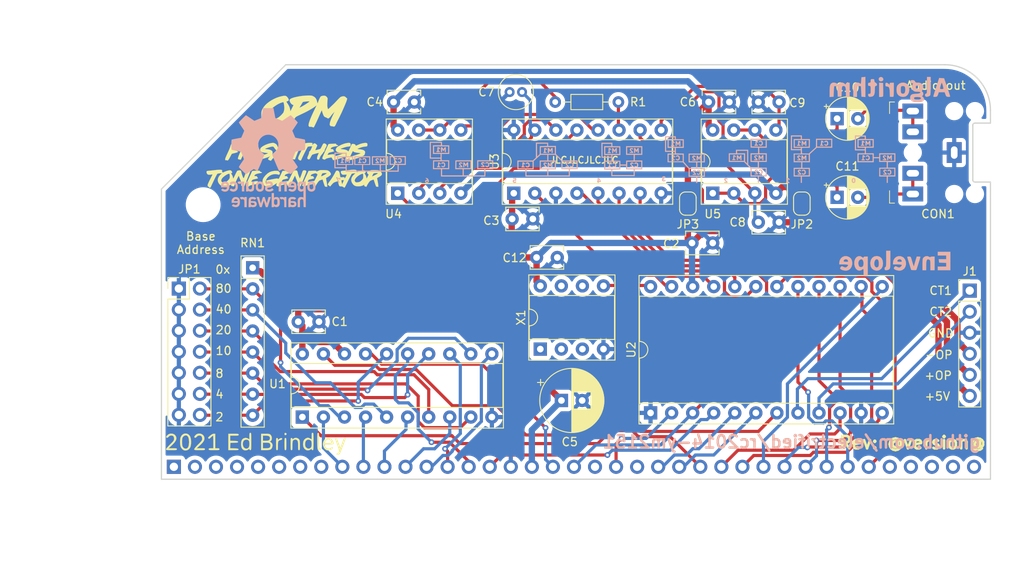
<source format=kicad_pcb>
(kicad_pcb (version 20211014) (generator pcbnew)
  (title_block (title "RC2014 YM2151 sound card") (date "@date@") (rev "@version@"))
  (layers (0 "F.Cu" signal) (31 "B.Cu" signal) (34 "B.Paste" user) (35 "F.Paste" user) (36 "B.SilkS" user "B.Silkscreen") (37 "F.SilkS" user "F.Silkscreen") (38 "B.Mask" user) (39 "F.Mask" user) (44 "Edge.Cuts" user))
  (net 0 "")
  (net 1 "VCC")
  (net 2 "GND")
  (net 3 "/CLK")
  (net 4 "/D0")
  (net 5 "/D1")
  (net 6 "/D2")
  (net 7 "/D3")
  (net 8 "/D4")
  (net 9 "/D5")
  (net 10 "/D6")
  (net 11 "/D7")
  (net 12 "/A1")
  (net 13 "/A4")
  (net 14 "/A3")
  (net 15 "/A2")
  (net 16 "/A5")
  (net 17 "/A6")
  (net 18 "/A7")
  (net 19 "Net-(JP1-Pad2)")
  (net 20 "/A0")
  (net 21 "/~{CS}")
  (net 22 "/M1")
  (net 23 "/~{RESET}")
  (net 24 "/~{WR}")
  (net 25 "/~{IORQ}")
  (net 26 "/~{RD}")
  (net 27 "Net-(JP1-Pad14)")
  (net 28 "Net-(JP1-Pad12)")
  (net 29 "Net-(JP1-Pad10)")
  (net 30 "Net-(JP1-Pad8)")
  (net 31 "Net-(JP1-Pad6)")
  (net 32 "Net-(JP1-Pad4)")
  (net 33 "/CT2")
  (net 34 "/CT1")
  (net 35 "/L")
  (net 36 "Net-(R1-Pad1)")
  (net 37 "/R")
  (net 38 "Net-(C10-Pad2)")
  (net 39 "Net-(C11-Pad2)")
  (net 40 "/RB")
  (net 41 "/VOUT_CH1")
  (net 42 "/VOUT_CH2")
  (net 43 "/COM")
  (net 44 "/DAC_CLK")
  (net 45 "/DAC_DATA")
  (net 46 "/DAC_SAM1")
  (net 47 "/DAC_SAM2")
  (net 48 "/BC")
  (net 49 "/MP")
  (net 50 "/TO_BUFF")
  (net 51 "VDD")
  (net 52 "VSS")
  (net 53 "/~{INT}")
  (footprint "Capacitor_THT:C_Disc_D3.8mm_W2.6mm_P2.50mm" (layer "F.Cu") (at 77 145.5)
    (fp_text reference "C1")
    (fp_text value "0.1uF")
  )
  (footprint "Capacitor_THT:C_Disc_D3.8mm_W2.6mm_P2.50mm" (layer "F.Cu") (at 124.5 136)
    (fp_text reference "C2")
    (fp_text value "0.1uF")
  )
  (footprint "Capacitor_THT:C_Disc_D3.8mm_W2.6mm_P2.50mm" (layer "F.Cu") (at 88.5 119)
    (fp_text reference "C4")
    (fp_text value "0.1uF")
  )
  (footprint "electrified:Headphone_Jack_3.5mm_5_pin" (layer "F.Cu") (at 151.13 125.095 180)
    (fp_text reference "CON1")
    (fp_text value "SJ1-3523N")
  )
  (footprint "Connector_PinHeader_2.54mm:PinHeader_2x07_P2.54mm_Vertical" (layer "F.Cu") (at 62.6 141.5)
    (fp_text reference "JP1")
    (fp_text value "BASE ADDRESS")
  )
  (footprint "Package_DIP:DIP-8_W7.62mm_Socket" (layer "F.Cu") (at 106.2 148.8 90)
    (fp_text reference "X1")
    (fp_text value "3.579545MHz")
  )
  (footprint "MountingHole:MountingHole_3.2mm_M3" (layer "F.Cu") (at 65.532 131.382)
    (fp_text reference "H1" hide)
    (fp_text value "MountingHole")
  )
  (footprint "electrified:PinHeader_1x39_P2.54mm_Vertical" (layer "F.Cu") (at 62 163 90)
    (fp_text reference "P1" hide)
    (fp_text value "RC2014 BUS")
  )
  (footprint "Package_DIP:DIP-20_W7.62mm_Socket" (layer "F.Cu") (at 77.5 157 90)
    (fp_text reference "U1")
    (fp_text value "74HCT688")
  )
  (footprint "Resistor_THT:R_Array_SIP8" (layer "F.Cu") (at 71.5 139 -90)
    (fp_text reference "RN1")
    (fp_text value "10K")
  )
  (footprint "Capacitor_THT:CP_Radial_D7.5mm_P2.50mm" (layer "F.Cu") (at 108.75 155)
    (fp_text reference "C5")
    (fp_text value "4.7uF")
  )
  (footprint "Capacitor_THT:C_Disc_D3.8mm_W2.6mm_P2.50mm" (layer "F.Cu") (at 126.5 119)
    (fp_text reference "C6")
    (fp_text value "0.1uF")
  )
  (footprint "Capacitor_THT:C_Radial_D4.0mm_H7.0mm_P1.50mm" (layer "F.Cu") (at 104 117.8 180)
    (fp_text reference "C7")
    (fp_text value "10uF / Omit?")
  )
  (footprint "Capacitor_THT:C_Disc_D3.8mm_W2.6mm_P2.50mm" (layer "F.Cu") (at 132.5 133.5)
    (fp_text reference "C8")
    (fp_text value "1500pF / 3300pF")
  )
  (footprint "Capacitor_THT:C_Disc_D3.8mm_W2.6mm_P2.50mm" (layer "F.Cu") (at 135 119 180)
    (fp_text reference "C9")
    (fp_text value "1500pF / 3300pF")
  )
  (footprint "Capacitor_THT:CP_Radial_D5.0mm_P2.50mm" (layer "F.Cu") (at 142 121)
    (fp_text reference "C10")
    (fp_text value "4.7uF")
  )
  (footprint "Capacitor_THT:CP_Radial_D5.0mm_P2.50mm" (layer "F.Cu") (at 142 130.5)
    (fp_text reference "C11")
    (fp_text value "4.7uF")
  )
  (footprint "Connector_PinHeader_2.54mm:PinHeader_1x06_P2.54mm_Vertical" (layer "F.Cu") (at 158 141.75)
    (fp_text reference "J1")
    (fp_text value "Conn_01x03")
  )
  (footprint "Package_DIP:DIP-8_W7.62mm_Socket" (layer "F.Cu") (at 89 130 90)
    (fp_text reference "U4")
    (fp_text value "NJM4556")
  )
  (footprint "Package_DIP:DIP-8_W7.62mm_Socket" (layer "F.Cu") (at 127 130 90)
    (fp_text reference "U5")
    (fp_text value "NJM4556")
  )
  (footprint "Capacitor_THT:C_Disc_D3.8mm_W2.6mm_P2.50mm" (layer "F.Cu") (at 105.75 137.75)
    (fp_text reference "C12")
    (fp_text value "0.1uF")
  )
  (footprint "Resistor_THT:R_Axial_DIN0204_L3.6mm_D1.6mm_P7.62mm_Horizontal" (layer "F.Cu") (at 108 119)
    (fp_text reference "R1")
    (fp_text value "100 / 270")
  )
  (footprint "Package_DIP:DIP-16_W7.62mm_Socket" (layer "F.Cu") (at 103 130 90)
    (fp_text reference "U3")
    (fp_text value "YM3012")
  )
  (footprint "Package_DIP:DIP-24_W15.24mm_Socket" (layer "F.Cu") (at 119.5 156.5 90)
    (fp_text reference "U2")
    (fp_text value "YM2151")
  )
  (footprint "electrified:opm" (layer "F.Cu") (at 77.5 120)
    (fp_text reference "G1" hide)
    (fp_text value "LOGO" hide)
  )
  (footprint "local:ed_2021" (layer "F.Cu") (at 71.9 160.2)
    (fp_text reference "G***" hide)
    (fp_text value "LOGO" hide)
  )
  (footprint "Capacitor_THT:C_Disc_D3.8mm_W2.6mm_P2.50mm" (layer "F.Cu") (at 102.8 133.1)
    (fp_text reference "C3")
    (fp_text value "0.1uF")
  )
  (footprint "Jumper:SolderJumper-2_P1.3mm_Bridged2Bar_RoundedPad1.0x1.5mm" (layer "F.Cu") (at 137.75 131.25 90)
    (fp_text reference "JP2")
    (fp_text value "Opamp - to GND")
  )
  (footprint "Jumper:SolderJumper-2_P1.3mm_Bridged2Bar_RoundedPad1.0x1.5mm" (layer "F.Cu") (at 124 131.25 90)
    (fp_text reference "JP3")
    (fp_text value "Opamp + to 5V")
  )
  (footprint "local:fmsynth" (layer "F.Cu") (at 76.75 125)
    (fp_text reference "G***" hide)
    (fp_text value "LOGO" hide)
  )
  (footprint "local:tone_generator" (layer "F.Cu") (at 76.5 128.25)
    (fp_text reference "G***" hide)
    (fp_text value "LOGO" hide)
  )
  (footprint "Symbol:OSHW-Logo_11.4x12mm_SilkScreen" (layer "B.Cu") (at 73.4 125.7 180)
    (fp_text reference "G3" hide)
    (fp_text value "OSHW-Logo_11.4x12mm_SilkScreen" hide)
  )
  (footprint "local:algorithms" (layer "B.Cu") (at 115.2 125.9 180)
    (fp_text reference "G***" hide)
    (fp_text value "LOGO" hide)
  )
  (footprint "local:envelope_text" (layer "B.Cu") (at 149 138.4 180)
    (fp_text reference "G***" hide)
    (fp_text value "LOGO" hide)
  )
  (footprint "local:algorithm_text" (layer "B.Cu") (at 148.4 117.5 180)
    (fp_text reference "G***" hide)
    (fp_text value "LOGO" hide)
  )
  (gr_line (start 158.369 121.793) (end 158.369 128.397) (layer "Edge.Cuts") (width 0.15))
  (gr_line (start 160.5 121.539) (end 160.5 120) (layer "Edge.Cuts") (width 0.15))
  (gr_line (start 155 114.5) (end 75.5 114.5) (layer "Edge.Cuts") (width 0.15))
  (gr_arc (start 155 114.5) (mid 158.889087 116.110913) (end 160.5 120) (layer "Edge.Cuts") (width 0.15))
  (gr_line (start 160.5 121.539) (end 158.623 121.539) (layer "Edge.Cuts") (width 0.15))
  (gr_line (start 160.5 128.651) (end 158.623 128.651) (layer "Edge.Cuts") (width 0.15))
  (gr_line (start 60.5 129.5) (end 75.5 114.5) (layer "Edge.Cuts") (width 0.15))
  (gr_line (start 60.5 129.5) (end 60.5 164.5) (layer "Edge.Cuts") (width 0.15))
  (gr_arc (start 158.623 128.651) (mid 158.443395 128.576605) (end 158.369 128.397) (layer "Edge.Cuts") (width 0.15))
  (gr_line (start 160.5 164.5) (end 160.5 128.651) (layer "Edge.Cuts") (width 0.15))
  (gr_line (start 60.5 164.5) (end 160.5 164.5) (layer "Edge.Cuts") (width 0.15))
  (gr_arc (start 158.369 121.793) (mid 158.443395 121.613395) (end 158.623 121.539) (layer "Edge.Cuts") (width 0.15))
  (gr_text "github.com/electrified/rc2014-ym2151" (at 136.5 160) (layer "B.SilkS") (effects (font (size 1.5 1.5) (thickness 0.3)) (justify mirror)))
  (gr_text "Audio out" (at 153.9 117) (layer "F.SilkS") (effects (font (size 1 1))))
  (gr_text "+OP" (at 154.2 152) (layer "F.SilkS") (effects (font (size 1 1))))
  (gr_text " -OP" (at 153.9 149.5) (layer "F.SilkS") (effects (font (size 1 1))))
  (gr_text "Rev: @version@" (at 160.1 160.1) (layer "F.SilkS") (effects (font (size 1.5 1.5) (thickness 0.3)) (justify right)))
  (gr_text "JLCJLCJLCJLC" (at 111.5 126) (layer "F.SilkS") (effects (font (size 0.8 0.8))))
  (gr_text "10" (at 68 149) (layer "F.SilkS") (effects (font (size 1 1))))
  (gr_text "Base\nAddress" (at 65.25 136) (layer "F.SilkS") (effects (font (size 1 1))))
  (gr_text "CT2" (at 154.5 144.3) (layer "F.SilkS") (effects (font (size 1 1))))
  (gr_text "+5V\n" (at 154.1 154.5) (layer "F.SilkS") (effects (font (size 1 1))))
  (gr_text "80" (at 68 141.5) (layer "F.SilkS") (effects (font (size 1 1))))
  (gr_text "20" (at 68 146.5) (layer "F.SilkS") (effects (font (size 1 1))))
  (gr_text "CT1" (at 154.5 141.75) (layer "F.SilkS") (effects (font (size 1 1))))
  (gr_text "8" (at 67.5 151.75) (layer "F.SilkS") (effects (font (size 1 1))))
  (gr_text "GND" (at 154.5 146.9) (layer "F.SilkS") (effects (font (size 1 1))))
  (gr_text "4" (at 67.5 154.25) (layer "F.SilkS") (effects (font (size 1 1))))
  (gr_text "0x" (at 67.9 139.2) (layer "F.SilkS") (effects (font (size 1 1))))
  (gr_text "2" (at 67.5 157) (layer "F.SilkS") (effects (font (size 1 1))))
  (gr_text "40" (at 68 144) (layer "F.SilkS") (effects (font (size 1 1))))
  (segment (start 124.5 136) (end 125.935001 134.564999) (width 0.762) (layer "F.Cu") (net 1))
  (segment (start 102.75 137.75) (end 102.75 133.15) (width 0.762) (layer "F.Cu") (net 1))
  (segment (start 147.079155 138.766011) (end 154.233989 145.920845) (width 0.762) (layer "F.Cu") (net 1))
  (segment (start 77 144) (end 77 145.5) (width 0.762) (layer "F.Cu") (net 1))
  (segment (start 72.4578 139.419) (end 72.681 139.6422) (width 0.762) (layer "F.Cu") (net 1))
  (segment (start 78.694999 147.944999) (end 77.5 146.75) (width 0.762) (layer "F.Cu") (net 1))
  (segment (start 77.5 146) (end 77 145.5) (width 0.762) (layer "F.Cu") (net 1))
  (segment (start 108.75 155) (end 102.75 149) (width 0.762) (layer "F.Cu") (net 1))
  (segment (start 124 131.9) (end 124 135.5) (width 0.762) (layer "F.Cu") (net 1))
  (segment (start 81.144999 147.944999) (end 78.694999 147.944999) (width 0.762) (layer "F.Cu") (net 1))
  (segment (start 125.935001 134.564999) (end 128.095592 134.564999) (width 0.762) (layer "F.Cu") (net 1))
  (segment (start 102.75 144.25) (end 102.75 137.75) (width 0.762) (layer "F.Cu") (net 1))
  (segment (start 77.5 146.75) (end 77.5 146) (width 0.762) (layer "F.Cu") (net 1))
  (segment (start 105.75 137.75) (end 105.75 140.63) (width 0.762) (layer "F.Cu") (net 1))
  (segment (start 72.681 139.6422) (end 72.681 139.681) (width 0.762) (layer "F.Cu") (net 1))
  (segment (start 105.75 140.63) (end 106.25 141.13) (width 0.762) (layer "F.Cu") (net 1))
  (segment (start 77.5 149.38) (end 77.5 146.75) (width 0.762) (layer "F.Cu") (net 1))
  (segment (start 154.233989 145.920845) (end 154.233989 150.733989) (width 0.762) (layer "F.Cu") (net 1))
  (segment (start 82.58 149.38) (end 81.144999 147.944999) (width 0.762) (layer "F.Cu") (net 1))
  (segment (start 124 135.5) (end 124.5 136) (width 0.762) (layer "F.Cu") (net 1))
  (segment (start 105.75 137.75) (end 102.75 137.75) (width 0.762) (layer "F.Cu") (net 1))
  (segment (start 77 144) (end 102.5 144) (width 0.762) (layer "F.Cu") (net 1))
  (segment (start 71.919 139.419) (end 72.4578 139.419) (width 0.762) (layer "F.Cu") (net 1))
  (segment (start 102.5 144) (end 102.75 144.25) (width 0.762) (layer "F.Cu") (net 1))
  (segment (start 102.75 149) (end 102.75 144.25) (width 0.762) (layer "F.Cu") (net 1))
  (segment (start 154.233989 150.733989) (end 157.95 154.45) (width 0.762) (layer "F.Cu") (net 1))
  (segment (start 102.8 133.1) (end 102.8 130.2) (width 0.762) (layer "F.Cu") (net 1))
  (segment (start 132.296604 138.766011) (end 147.079155 138.766011) (width 0.762) (layer "F.Cu") (net 1))
  (segment (start 128.095592 134.564999) (end 132.296604 138.766011) (width 0.762) (layer "F.Cu") (net 1))
  (segment (start 72.681 139.681) (end 77 144) (width 0.762) (layer "F.Cu") (net 1))
  (segment (start 124.5 136) (end 124.5 141.18) (width 0.762) (layer "B.Cu") (net 1))
  (segment (start 105.18 158.57) (end 108.75 155) (width 0.762) (layer "B.Cu") (net 1))
  (segment (start 105.75 137.75) (end 107.5 136) (width 0.762) (layer "B.Cu") (net 1))
  (segment (start 105.18 163) (end 105.18 158.57) (width 0.762) (layer "B.Cu") (net 1))
  (segment (start 107.5 136) (end 124.5 136) (width 0.762) (layer "B.Cu") (net 1))
  (segment (start 137.75 132.7) (end 137.75 131.9) (width 0.762) (layer "F.Cu") (net 2))
  (segment (start 136.95 133.5) (end 137.75 132.7) (width 0.762) (layer "F.Cu") (net 2))
  (segment (start 135 133.5) (end 136.95 133.5) (width 0.762) (layer "F.Cu") (net 2))
  (segment (start 113.87 141.13) (end 119.37 141.13) (width 0.381) (layer "F.Cu") (net 3))
  (segment (start 138.730023 159.040177) (end 141.709823 159.040177) (width 0.381) (layer "F.Cu") (net 4))
  (segment (start 128.04 163) (end 130.04 161) (width 0.381) (layer "F.Cu") (net 4))
  (segment (start 142.36 158.39) (end 142.36 156.5) (width 0.381) (layer "F.Cu") (net 4))
  (segment (start 136.7702 161) (end 138.730023 159.040177) (width 0.381) (layer "F.Cu") (net 4))
  (segment (start 141.709823 159.040177) (end 142.36 158.39) (width 0.381) (layer "F.Cu") (net 4))
  (segment (start 130.04 161) (end 136.7702 161) (width 0.381) (layer "F.Cu") (net 4))
  (segment (start 147.0337 157.3838) (end 147.0337 156.9063) (width 0.381) (layer "F.Cu") (net 5))
  (segment (start 138.760585 161.635011) (end 139.145596 161.25) (width 0.381) (layer "F.Cu") (net 5))
  (segment (start 143.1675 161.25) (end 147.0337 157.3838) (width 0.381) (layer "F.Cu") (net 5))
  (segment (start 139.145596 161.25) (end 143.1675 161.25) (width 0.381) (layer "F.Cu") (net 5))
  (segment (start 130.58 163) (end 131.944989 161.635011) (width 0.381) (layer "F.Cu") (net 5))
  (segment (start 131.944989 161.635011) (end 138.760585 161.635011) (width 0.381) (layer "F.Cu") (net 5))
  (segment (start 133.12 163) (end 133.12 159.9161) (width 0.381) (layer "B.Cu") (net 6))
  (segment (start 136.01 157.0261) (end 136.01 152.99) (width 0.381) (layer "B.Cu") (net 6))
  (segment (start 136.01 152.99) (end 147.44 141.56) (width 0.381) (layer "B.Cu") (net 6))
  (segment (start 133.12 159.9161) (end 136.01 157.0261) (width 0.381) (layer "B.Cu") (net 6))
  (segment (start 138.4062 160.6573) (end 138.448511 160.614989) (width 0.381) (layer "F.Cu") (net 7))
  (segment (start 142.846447 160.614989) (end 146.17 157.291436) (width 0.381) (layer "F.Cu") (net 7))
  (segment (start 146.17 145.17) (end 145 144) (width 0.381) (layer "F.Cu") (net 7))
  (segment (start 146.17 157.291436) (end 146.17 145.17) (width 0.381) (layer "F.Cu") (net 7))
  (segment (start 138.448511 160.614989) (end 142.846447 160.614989) (width 0.381) (layer "F.Cu") (net 7))
  (segment (start 145 144) (end 145 141.36) (width 0.381) (layer "F.Cu") (net 7))
  (via (at 138.4062 160.6573) (size 0.6858) (drill 0.3302) (layers "F.Cu" "B.Cu") (net 7))
  (segment (start 135.66 162.34) (end 137.3427 160.6573) (width 0.381) (layer "B.Cu") (net 7))
  (segment (start 137.3427 160.6573) (end 138.4062 160.6573) (width 0.381) (layer "B.Cu") (net 7))
  (segment (start 135.66 163) (end 135.66 162.34) (width 0.381) (layer "B.Cu") (net 7))
  (segment (start 142.36 153.36) (end 143.63 154.63) (width 0.381) (layer "F.Cu") (net 8))
  (segment (start 142.735816 159.827579) (end 139.513782 159.827579) (width 0.381) (layer "F.Cu") (net 8))
  (segment (start 142.36 141.26) (end 142.36 153.36) (width 0.381) (layer "F.Cu") (net 8))
  (segment (start 143.63 158.933395) (end 142.735816 159.827579) (width 0.381) (layer "F.Cu") (net 8))
  (segment (start 143.63 154.63) (end 143.63 158.933395) (width 0.381) (layer "F.Cu") (net 8))
  (via (at 139.513782 159.827579) (size 0.6858) (drill 0.3302) (layers "F.Cu" "B.Cu") (net 8))
  (segment (start 139.513782 161.686218) (end 139.513782 159.827579) (width 0.381) (layer "B.Cu") (net 8))
  (segment (start 138.2 163) (end 139.513782 161.686218) (width 0.381) (layer "B.Cu") (net 8))
  (segment (start 141.092899 158.176857) (end 141.016989 158.252767) (width 0.381) (layer "F.Cu") (net 9))
  (segment (start 141.7364 155.2467) (end 141.092899 155.890201) (width 0.381) (layer "F.Cu") (net 9))
  (segment (start 141.7364 154.5259) (end 141.7364 155.2467) (width 0.381) (layer "F.Cu") (net 9))
  (segment (start 141.092899 155.890201) (end 141.092899 158.176857) (width 0.381) (layer "F.Cu") (net 9))
  (segment (start 139.82 141.26) (end 139.82 152.6095) (width 0.381) (layer "F.Cu") (net 9))
  (segment (start 139.82 152.6095) (end 141.7364 154.5259) (width 0.381) (layer "F.Cu") (net 9))
  (via (at 141.016989 158.252767) (size 0.6858) (drill 0.3302) (layers "F.Cu" "B.Cu") (net 9))
  (segment (start 140.74 158.529756) (end 141.016989 158.252767) (width 0.381) (layer "B.Cu") (net 9))
  (segment (start 140.74 163) (end 140.74 158.529756) (width 0.381) (layer "B.Cu") (net 9))
  (segment (start 137.28 152.78001) (end 138.5 154.00001) (width 0.381) (layer "F.Cu") (net 10))
  (segment (start 137.28 141.26) (end 137.28 152.78001) (width 0.381) (layer "F.Cu") (net 10))
  (via (at 138.5 154.00001) (size 0.6858) (drill 0.3302) (layers "F.Cu" "B.Cu") (net 10))
  (segment (start 143.28 159.350424) (end 141.394942 157.465366) (width 0.381) (layer "B.Cu") (net 10))
  (segment (start 140.639036 157.465366) (end 140.359901 157.744501) (width 0.381) (layer "B.Cu") (net 10))
  (segment (start 141.394942 157.465366) (end 140.639036 157.465366) (width 0.381) (layer "B.Cu") (net 10))
  (segment (start 139.268401 157.744501) (end 138.565351 157.041451) (width 0.381) (layer "B.Cu") (net 10))
  (segment (start 138.565351 154.065361) (end 138.5 154.00001) (width 0.381) (layer "B.Cu") (net 10))
  (segment (start 140.359901 157.744501) (end 139.268401 157.744501) (width 0.381) (layer "B.Cu") (net 10))
  (segment (start 138.565351 157.041451) (end 138.565351 154.065361) (width 0.381) (layer "B.Cu") (net 10))
  (segment (start 143.28 163) (end 143.28 159.350424) (width 0.381) (layer "B.Cu") (net 10))
  (segment (start 146.195499 141.857361) (end 146.195499 140.713637) (width 0.381) (layer "F.Cu") (net 11))
  (segment (start 146.195499 140.713637) (end 145.497361 140.015499) (width 0.381) (layer "F.Cu") (net 11))
  (segment (start 135.984501 140.015499) (end 134.74 141.26) (width 0.381) (layer "F.Cu") (net 11))
  (segment (start 149 159.82) (end 149 144.661862) (width 0.381) (layer "F.Cu") (net 11))
  (segment (start 145.82 163) (end 149 159.82) (width 0.381) (layer "F.Cu") (net 11))
  (segment (start 149 144.661862) (end 146.195499 141.857361) (width 0.381) (layer "F.Cu") (net 11))
  (segment (start 145.497361 140.015499) (end 135.984501 140.015499) (width 0.381) (layer "F.Cu") (net 11))
  (segment (start 95.25591 160.03741) (end 93.075056 160.03741) (width 0.381) (layer "F.Cu") (net 12))
  (segment (start 97.56 162.3415) (end 95.25591 160.03741) (width 0.381) (layer "F.Cu") (net 12))
  (via (at 93.075056 160.03741) (size 0.6858) (drill 0.3302) (layers "F.Cu" "B.Cu") (net 12))
  (segment (start 90.2 149.38) (end 90.2 150.51137) (width 0.381) (layer "B.Cu") (net 12))
  (segment (start 89.122046 155.287402) (end 90.283502 155.287402) (width 0.381) (layer "B.Cu") (net 12))
  (segment (start 90.283502 155.287402) (end 91.47 156.4739) (width 0.381) (layer "B.Cu") (net 12))
  (segment (start 88.712598 151.998772) (end 88.712598 154.877954) (width 0.381) (layer "B.Cu") (net 12))
  (segment (start 91.47 156.4739) (end 91.47 158.432354) (width 0.381) (layer "B.Cu") (net 12))
  (segment (start 91.47 158.432354) (end 93.075056 160.03741) (width 0.381) (layer "B.Cu") (net 12))
  (segment (start 90.2 150.51137) (end 88.712598 151.998772) (width 0.381) (layer "B.Cu") (net 12))
  (segment (start 88.712598 154.877954) (end 89.122046 155.287402) (width 0.381) (layer "B.Cu") (net 12))
  (segment (start 93.45301 160.824812) (end 95.28 158.997822) (width 0.381) (layer "B.Cu") (net 13))
  (segment (start 95.28 158.997822) (end 95.28 157) (width 0.381) (layer "B.Cu") (net 13))
  (segment (start 92.115188 160.824812) (end 93.45301 160.824812) (width 0.381) (layer "B.Cu") (net 13))
  (segment (start 89.94 163) (end 92.115188 160.824812) (width 0.381) (layer "B.Cu") (net 13))
  (segment (start 94.4548 161.6355) (end 94.4549 161.6356) (width 0.381) (layer "B.Cu") (net 14))
  (segment (start 95.5721 161.1333) (end 95.5721 161.044) (width 0.381) (layer "B.Cu") (net 14))
  (segment (start 95.0698 161.6356) (end 95.5721 161.1333) (width 0.381) (layer "B.Cu") (net 14))
  (segment (start 94.4549 161.6356) (end 95.0698 161.6356) (width 0.381) (layer "B.Cu") (net 14))
  (segment (start 95.5721 161.044) (end 99.09 157.5261) (width 0.381) (layer "B.Cu") (net 14))
  (segment (start 99.09 150.65) (end 100.36 149.38) (width 0.381) (layer "B.Cu") (net 14))
  (segment (start 99.09 157.5261) (end 99.09 150.65) (width 0.381) (layer "B.Cu") (net 14))
  (segment (start 93.0903 163) (end 94.4548 161.6355) (width 0.381) (layer "B.Cu") (net 14))
  (segment (start 95.02 163) (end 95.02 161.13012) (width 0.381) (layer "F.Cu") (net 15))
  (segment (start 95.02 161.13012) (end 94.7147 160.82482) (width 0.381) (layer "F.Cu") (net 15))
  (via (at 94.7147 160.82482) (size 0.6858) (drill 0.3302) (layers "F.Cu" "B.Cu") (net 15))
  (segment (start 95.28 149.38) (end 96.55 150.65) (width 0.381) (layer "B.Cu") (net 15))
  (segment (start 96.55 150.65) (end 96.55 158.98952) (width 0.381) (layer "B.Cu") (net 15))
  (segment (start 96.55 158.98952) (end 94.7147 160.82482) (width 0.381) (layer "B.Cu") (net 15))
  (segment (start 87.4 163) (end 87.4 161.1) (width 0.381) (layer "B.Cu") (net 16))
  (segment (start 90 158.5) (end 90 157.2) (width 0.381) (layer "B.Cu") (net 16))
  (segment (start 87.4 161.1) (end 90 158.5) (width 0.381) (layer "B.Cu") (net 16))
  (segment (start 84.86 163) (end 84.86 157.26) (width 0.381) (layer "B.Cu") (net 17))
  (segment (start 82.32 163) (end 80.04 160.72) (width 0.381) (layer "B.Cu") (net 18))
  (segment (start 80.04 160.72) (end 80.04 157) (width 0.381) (layer "B.Cu") (net 18))
  (segment (start 74.866573 144.906573) (end 74.866573 150.430946) (width 0.381) (layer "F.Cu") (net 19))
  (segment (start 65.18 141.54) (end 71.5 141.54) (width 0.381) (layer "F.Cu") (net 19))
  (segment (start 71.5 141.54) (end 74.866573 144.906573) (width 0.381) (layer "F.Cu") (net 19))
  (via (at 74.866573 150.430946) (size 0.6858) (drill 0.3302) (layers "F.Cu" "B.Cu") (net 19))
  (segment (start 74.866573 150.915879) (end 74.866573 150.430946) (width 0.381) (layer "B.Cu") (net 19))
  (segment (start 79.579094 155.6284) (end 74.866573 150.915879) (width 0.381) (layer "B.Cu") (net 19))
  (segment (start 80.6081 155.6284) (end 79.579094 155.6284) (width 0.381) (layer "B.Cu") (net 19))
  (segment (start 81.9797 157) (end 80.6081 155.6284) (width 0.381) (layer "B.Cu") (net 19))
  (segment (start 101.521774 161.578226) (end 114.299336 161.578226) (width 0.381) (layer "F.Cu") (net 20))
  (segment (start 100.1 163) (end 101.521774 161.578226) (width 0.381) (layer "F.Cu") (net 20))
  (via (at 114.299336 161.578226) (size 0.6858) (drill 0.3302) (layers "F.Cu" "B.Cu") (net 20))
  (segment (start 114.877562 161) (end 114.302751 161.574811) (width 0.381) (layer "B.Cu") (net 20))
  (segment (start 125.571801 157.299999) (end 121.8718 161) (width 0.381) (layer "B.Cu") (net 20))
  (segment (start 127.12 156.5) (end 126.320001 157.299999) (width 0.381) (layer "B.Cu") (net 20))
  (segment (start 121.8718 161) (end 114.877562 161) (width 0.381) (layer "B.Cu") (net 20))
  (segment (start 126.320001 157.299999) (end 125.571801 157.299999) (width 0.381) (layer "B.Cu") (net 20))
  (segment (start 114.302751 161.574811) (end 114.299336 161.578226) (width 0.381) (layer "B.Cu") (net 20))
  (segment (start 132.510021 158.729979) (end 134.74 156.5) (width 0.381) (layer "F.Cu") (net 21))
  (segment (start 104.4607 159.161) (end 113.275603 159.161) (width 0.381) (layer "F.Cu") (net 21))
  (segment (start 117.563397 158) (end 118.293376 158.729979) (width 0.381) (layer "F.Cu") (net 21))
  (segment (start 118.293376 158.729979) (end 132.510021 158.729979) (width 0.381) (layer "F.Cu") (net 21))
  (segment (start 114.436603 158) (end 117.563397 158) (width 0.381) (layer "F.Cu") (net 21))
  (segment (start 113.275603 159.161) (end 114.436603 158) (width 0.381) (layer "F.Cu") (net 21))
  (segment (start 86.799609 151.259512) (end 91.220948 151.259512) (width 0.381) (layer "F.Cu") (net 21))
  (segment (start 91.220948 151.259512) (end 95.589836 155.6284) (width 0.381) (layer "F.Cu") (net 21))
  (segment (start 86.293697 150.7536) (end 86.799609 151.259512) (width 0.381) (layer "F.Cu") (net 21))
  (segment (start 95.589836 155.6284) (end 100.9281 155.6284) (width 0.381) (layer "F.Cu") (net 21))
  (segment (start 80.04 149.38) (end 81.4136 150.7536) (width 0.381) (layer "F.Cu") (net 21))
  (segment (start 100.9281 155.6284) (end 104.4607 159.161) (width 0.381) (layer "F.Cu") (net 21))
  (segment (start 81.4136 150.7536) (end 86.293697 150.7536) (width 0.381) (layer "F.Cu") (net 21))
  (segment (start 99.155786 150.624501) (end 106.83213 158.300845) (width 0.381) (layer "F.Cu") (net 22))
  (segment (start 87.062639 150.624501) (end 99.155786 150.624501) (width 0.381) (layer "F.Cu") (net 22))
  (segment (start 85.818138 149.38) (end 87.062639 150.624501) (width 0.381) (layer "F.Cu") (net 22))
  (segment (start 85.12 149.38) (end 85.818138 149.38) (width 0.381) (layer "F.Cu") (net 22))
  (via (at 106.83213 158.300845) (size 0.6858) (drill 0.3302) (layers "F.Cu" "B.Cu") (net 22))
  (segment (start 106.83213 162.11213) (end 106.83213 158.300845) (width 0.381) (layer "B.Cu") (net 22))
  (segment (start 107.72 163) (end 106.83213 162.11213) (width 0.381) (layer "B.Cu") (net 22))
  (segment (start 129.98526 138.091522) (end 131.48526 139.591522) (width 0.381) (layer "F.Cu") (net 23))
  (segment (start 122.091522 138.091522) (end 129.98526 138.091522) (width 0.381) (layer "F.Cu") (net 23))
  (segment (start 118.24 130) (end 118.24 134.24) (width 0.381) (layer "F.Cu") (net 23))
  (segment (start 132.373384 139.591522) (end 133.495499 140.713637) (width 0.381) (layer "F.Cu") (net 23))
  (segment (start 133.495499 147.584501) (end 124.58 156.5) (width 0.381) (layer "F.Cu") (net 23))
  (segment (start 131.48526 139.591522) (end 132.373384 139.591522) (width 0.381) (layer "F.Cu") (net 23))
  (segment (start 133.495499 140.713637) (end 133.495499 147.584501) (width 0.381) (layer "F.Cu") (net 23))
  (segment (start 118.24 134.24) (end 122.091522 138.091522) (width 0.381) (layer "F.Cu") (net 23))
  (segment (start 110.26 163) (end 112.895011 160.364989) (width 0.381) (layer "B.Cu") (net 23))
  (segment (start 112.895011 160.364989) (end 120.715011 160.364989) (width 0.381) (layer "B.Cu") (net 23))
  (segment (start 120.715011 160.364989) (end 124.58 156.5) (width 0.381) (layer "B.Cu") (net 23))
  (segment (start 120.9496 163) (end 122.3712 161.5784) (width 0.381) (layer "B.Cu") (net 24))
  (segment (start 122.3712 161.5784) (end 123.8334 161.5784) (width 0.381) (layer "B.Cu") (net 24))
  (segment (start 123.8334 161.5784) (end 124.5955 160.8163) (width 0.381) (layer "B.Cu") (net 24))
  (segment (start 124.5955 160.8163) (end 125.3437 160.8163) (width 0.381) (layer "B.Cu") (net 24))
  (segment (start 125.3437 160.8163) (end 129.66 156.5) (width 0.381) (layer "B.Cu") (net 24))
  (segment (start 113.134944 160.1997) (end 96.4846 160.1997) (width 0.381) (layer "F.Cu") (net 25))
  (segment (start 95.5349 159.25) (end 79.75 159.25) (width 0.381) (layer "F.Cu") (net 25))
  (segment (start 121.86499 159.36499) (end 118.030346 159.36499) (width 0.381) (layer "F.Cu") (net 25))
  (segment (start 118.030346 159.36499) (end 117.300367 158.635011) (width 0.381) (layer "F.Cu") (net 25))
  (segment (start 79.75 159.25) (end 77.5 157) (width 0.381) (layer "F.Cu") (net 25))
  (segment (start 117.300367 158.635011) (end 114.699633 158.635011) (width 0.381) (layer "F.Cu") (net 25))
  (segment (start 96.4846 160.1997) (end 95.5349 159.25) (width 0.381) (layer "F.Cu") (net 25))
  (segment (start 114.699633 158.635011) (end 113.134944 160.1997) (width 0.381) (layer "F.Cu") (net 25))
  (segment (start 125.5 163) (end 121.86499 159.36499) (width 0.381) (layer "F.Cu") (net 25))
  (segment (start 123.4896 163) (end 124.9112 161.5784) (width 0.381) (layer "B.Cu") (net 26))
  (segment (start 124.9112 161.5784) (end 127.1216 161.5784) (width 0.381) (layer "B.Cu") (net 26))
  (segment (start 127.1216 161.5784) (end 132.2 156.5) (width 0.381) (layer "B.Cu") (net 26))
  (segment (start 73.222568 155.057432) (end 84.239072 155.057432) (width 0.381) (layer "F.Cu") (net 27))
  (segment (start 65.18 156.78) (end 71.5 156.78) (width 0.381) (layer "F.Cu") (net 27))
  (segment (start 71.5 156.78) (end 73.222568 155.057432) (width 0.381) (layer "F.Cu") (net 27))
  (via (at 84.239072 155.057432) (size 0.6858) (drill 0.3302) (layers "F.Cu" "B.Cu") (net 27))
  (segment (start 87.66 149.38) (end 84.239072 152.800928) (width 0.381) (layer "B.Cu") (net 27))
  (segment (start 84.239072 152.800928) (end 84.239072 155.057432) (width 0.381) (layer "B.Cu") (net 27))
  (segment (start 71.530022 154.270022) (end 84.604668 154.270022) (width 0.381) (layer "F.Cu") (net 28))
  (segment (start 89.850306 154.64967) (end 90.193205 154.306771) (width 0.381) (layer "F.Cu") (net 28))
  (segment (start 65.18 154.24) (end 71.5 154.24) (width 0.381) (layer "F.Cu") (net 28))
  (segment (start 84.604668 154.270022) (end 84.984316 154.64967) (width 0.381) (layer "F.Cu") (net 28))
  (segment (start 84.984316 154.64967) (end 89.850306 154.64967) (width 0.381) (layer "F.Cu") (net 28))
  (via (at 90.193205 154.306771) (size 0.6858) (drill 0.3302) (layers "F.Cu" "B.Cu") (net 28))
  (segment (start 92.74 149.38) (end 90.193205 151.926795) (width 0.381) (layer "B.Cu") (net 28))
  (segment (start 90.193205 151.926795) (end 90.193205 154.306771) (width 0.381) (layer "B.Cu") (net 28))
  (segment (start 65.18 151.7) (end 71.5 151.7) (width 0.381) (layer "F.Cu") (net 29))
  (segment (start 71.5 151.7) (end 73.435011 153.635011) (width 0.381) (layer "F.Cu") (net 29))
  (segment (start 85.21256 153.635011) (end 85.364959 153.78741) (width 0.381) (layer "F.Cu") (net 29))
  (segment (start 73.435011 153.635011) (end 85.21256 153.635011) (width 0.381) (layer "F.Cu") (net 29))
  (via (at 85.364959 153.78741) (size 0.6858) (drill 0.3302) (layers "F.Cu" "B.Cu") (net 29))
  (segment (start 95.94 147.5) (end 90.2839 147.5) (width 0.381) (layer "B.Cu") (net 29))
  (segment (start 90.2839 147.5) (end 88.93 148.8539) (width 0.381) (layer "B.Cu") (net 29))
  (segment (start 97.82 149.38) (end 95.94 147.5) (width 0.381) (layer "B.Cu") (net 29))
  (segment (start 88.93 148.8539) (end 88.93 150.222369) (width 0.381) (layer "B.Cu") (net 29))
  (segment (start 88.93 150.222369) (end 85.364959 153.78741) (width 0.381) (layer "B.Cu") (net 29))
  (segment (start 97.82 157) (end 96.5433 158.2767) (width 0.381) (layer "F.Cu") (net 30))
  (segment (start 96.5433 158.2767) (end 92.2206 158.2767) (width 0.381) (layer "F.Cu") (net 30))
  (segment (start 91.47 157.5261) (end 91.47 154.47) (width 0.381) (layer "F.Cu") (net 30))
  (segment (start 65.18 149.16) (end 71.5 149.16) (width 0.381) (layer "F.Cu") (net 30))
  (segment (start 92.2206 158.2767) (end 91.47 157.5261) (width 0.381) (layer "F.Cu") (net 30))
  (segment (start 90 153) (end 75.34 153) (width 0.381) (layer "F.Cu") (net 30))
  (segment (start 75.34 153) (end 71.5 149.16) (width 0.381) (layer "F.Cu") (net 30))
  (segment (start 91.47 154.47) (end 90 153) (width 0.381) (layer "F.Cu") (net 30))
  (segment (start 65.18 146.62) (end 71.5 146.62) (width 0.381) (layer "F.Cu") (net 31))
  (segment (start 92.74 157) (end 92.74 153.676605) (width 0.381) (layer "F.Cu") (net 31))
  (segment (start 90.957918 151.894523) (end 86.536579 151.894523) (width 0.381) (layer "F.Cu") (net 31))
  (segment (start 92.74 153.676605) (end 90.957918 151.894523) (width 0.381) (layer "F.Cu") (net 31))
  (segment (start 86.536579 151.894523) (end 86.157756 151.5157) (width 0.381) (layer "F.Cu") (net 31))
  (segment (start 73.722715 148.842715) (end 71.5 146.62) (width 0.381) (layer "F.Cu") (net 31))
  (segment (start 73.722715 150.400654) (end 73.722715 148.842715) (width 0.381) (layer "F.Cu") (net 31))
  (segment (start 86.157756 151.5157) (end 74.837761 151.5157) (width 0.381) (layer "F.Cu") (net 31))
  (segment (start 74.837761 151.5157) (end 73.722715 150.400654) (width 0.381) (layer "F.Cu") (net 31))
  (segment (start 65.18 144.08) (end 71.5 144.08) (width 0.381) (layer "F.Cu") (net 32))
  (segment (start 86.095385 155.435385) (end 85.026473 155.435385) (width 0.381) (layer "B.Cu") (net 32))
  (segment (start 75.494567 148.074567) (end 71.5 144.08) (width 0.381) (layer "B.Cu") (net 32))
  (segment (start 79.090389 152.864989) (end 75.494567 149.269167) (width 0.381) (layer "B.Cu") (net 32))
  (segment (start 80.881275 152.864989) (end 79.090389 152.864989) (width 0.381) (layer "B.Cu") (net 32))
  (segment (start 85.026473 155.435385) (end 84.617025 155.844833) (width 0.381) (layer "B.Cu") (net 32))
  (segment (start 75.494567 149.269167) (end 75.494567 148.074567) (width 0.381) (layer "B.Cu") (net 32))
  (segment (start 83.861119 155.844833) (end 80.881275 152.864989) (width 0.381) (layer "B.Cu") (net 32))
  (segment (start 84.617025 155.844833) (end 83.861119 155.844833) (width 0.381) (layer "B.Cu") (net 32))
  (segment (start 87.66 157) (end 86.095385 155.435385) (width 0.381) (layer "B.Cu") (net 32))
  (segment (start 139.82 154.6991) (end 141.5191 153) (width 0.381) (layer "B.Cu") (net 33))
  (segment (start 141.5191 153) (end 149.29 153) (width 0.381) (layer "B.Cu") (net 33))
  (segment (start 139.82 156.5) (end 139.82 154.6991) (width 0.381) (layer "B.Cu") (net 33))
  (segment (start 149.29 153) (end 158 144.29) (width 0.381) (layer "B.Cu") (net 33))
  (segment (start 137.212598 153.622046) (end 138.469655 152.364989) (width 0.381) (layer "B.Cu") (net 34))
  (segment (start 138.469655 152.364989) (end 147.385011 152.364989) (width 0.381) (layer "B.Cu") (net 34))
  (segment (start 147.385011 152.364989) (end 158 141.75) (width 0.381) (layer "B.Cu") (net 34))
  (segment (start 137.212598 156.432598) (end 137.212598 153.622046) (width 0.381) (layer "B.Cu") (net 34))
  (segment (start 142 122.25) (end 142 121) (width 0.381) (layer "F.Cu") (net 35))
  (segment (start 129.54 122.38) (end 132.08 122.38) (width 0.381) (layer "F.Cu") (net 35))
  (segment (start 132.08 122.38) (end 133.575 123.875) (width 0.381) (layer "F.Cu") (net 35))
  (segment (start 133.575 123.875) (end 140.375 123.875) (width 0.381) (layer "F.Cu") (net 35))
  (segment (start 140.375 123.875) (end 142 122.25) (width 0.381) (layer "F.Cu") (net 35))
  (segment (start 108 118.4) (end 106.3 116.7) (width 0.381) (layer "F.Cu") (net 36))
  (segment (start 108 119) (end 108 118.4) (width 0.381) (layer "F.Cu") (net 36))
  (segment (start 106.3 116.7) (end 99.8603 116.7) (width 0.381) (layer "F.Cu") (net 36))
  (segment (start 99.8603 116.7) (end 94.1803 122.38) (width 0.381) (layer "F.Cu") (net 36))
  (segment (start 94.1803 122.38) (end 91.54 122.38) (width 0.381) (layer "F.Cu") (net 36))
  (segment (start 129.54 130) (end 130.784501 131.244501) (width 0.381) (layer "F.Cu") (net 37))
  (segment (start 127.6095 130) (end 127.8 130) (width 0.381) (layer "F.Cu") (net 37))
  (segment (start 133.375499 130.597361) (end 133.375499 128.874501) (width 0.381) (layer "F.Cu") (net 37))
  (segment (start 140.5 127.75) (end 142 129.25) (width 0.381) (layer "F.Cu") (net 37))
  (segment (start 130.784501 131.244501) (end 132.728359 131.244501) (width 0.381) (layer "F.Cu") (net 37))
  (segment (start 132.728359 131.244501) (end 133.375499 130.597361) (width 0.381) (layer "F.Cu") (net 37))
  (segment (start 127.8 130) (end 129.54 130) (width 0.381) (layer "F.Cu") (net 37))
  (segment (start 142 129.25) (end 142 130.5) (width 0.381) (layer "F.Cu") (net 37))
  (segment (start 133.375499 128.874501) (end 134.5 127.75) (width 0.381) (layer "F.Cu") (net 37))
  (segment (start 134.5 127.75) (end 140.5 127.75) (width 0.381) (layer "F.Cu") (net 37))
  (segment (start 151.13 120.095) (end 151.13 122.595) (width 0.381) (layer "F.Cu") (net 38))
  (segment (start 145.5 120) (end 151.035 120) (width 0.381) (layer "F.Cu") (net 38))
  (segment (start 144.5 121) (end 145.5 120) (width 0.381) (layer "F.Cu") (net 38))
  (segment (start 151.13 127.595) (end 151.13 130.095) (width 0.381) (layer "F.Cu") (net 39))
  (segment (start 148.655 130.095) (end 151.13 130.095) (width 0.381) (layer "F.Cu") (net 39))
  (segment (start 148.25 130.5) (end 148.655 130.095) (width 0.381) (layer "F.Cu") (net 39))
  (segment (start 144.5 130.5) (end 148.25 130.5) (width 0.381) (layer "F.Cu") (net 39))
  (segment (start 96.5 127) (end 101.3975 127) (width 0.381) (layer "F.Cu") (net 40))
  (segment (start 101.3975 127) (end 105.1337 123.2638) (width 0.381) (layer "F.Cu") (net 40))
  (segment (start 94.08 129.42) (end 96.5 127) (width 0.381) (layer "F.Cu") (net 40))
  (segment (start 105.1337 123.2638) (end 105.1337 122.7863) (width 0.381) (layer "F.Cu") (net 40))
  (segment (start 105 121.84) (end 105.54 122.38) (width 0.381) (layer "B.Cu") (net 40))
  (segment (start 104 117.8) (end 105 118.8) (width 0.381) (layer "B.Cu") (net 40))
  (segment (start 105 118.8) (end 105 121.84) (width 0.381) (layer "B.Cu") (net 40))
  (segment (start 125.744501 117.755499) (end 127.255499 117.755499) (width 0.381) (layer "F.Cu") (net 41))
  (segment (start 127.755499 121.293637) (end 128.244501 121.782639) (width 0.381) (layer "F.Cu") (net 41))
  (segment (start 123 120.5) (end 125.744501 117.755499) (width 0.381) (layer "F.Cu") (net 41))
  (segment (start 128.244501 126.164501) (end 132.08 130) (width 0.381) (layer "F.Cu") (net 41))
  (segment (start 127.755499 118.255499) (end 127.755499 121.293637) (width 0.381) (layer "F.Cu") (net 41))
  (segment (start 118.24 123.31) (end 119.43 124.5) (width 0.381) (layer "F.Cu") (net 41))
  (segment (start 121.75 124.5) (end 123 123.25) (width 0.381) (layer "F.Cu") (net 41))
  (segment (start 123 123.25) (end 123 120.5) (width 0.381) (layer "F.Cu") (net 41))
  (segment (start 118.24 122.38) (end 118.24 123.31) (width 0.381) (layer "F.Cu") (net 41))
  (segment (start 128.244501 121.782639) (end 128.244501 126.164501) (width 0.381) (layer "F.Cu") (net 41))
  (segment (start 127.255499 117.755499) (end 127.755499 118.255499) (width 0.381) (layer "F.Cu") (net 41))
  (segment (start 119.43 124.5) (end 121.75 124.5) (width 0.381) (layer "F.Cu") (net 41))
  (segment (start 132.08 130) (end 132.08 133.08) (width 0.381) (layer "B.Cu") (net 41))
  (segment (start 120.78 121.24863) (end 124.908142 117.120488) (width 0.381) (layer "F.Cu") (net 42))
  (segment (start 133.120488 117.120488) (end 135 119) (width 0.381) (layer "F.Cu") (net 42))
  (segment (start 135 119) (end 135 122) (width 0.381) (layer "F.Cu") (net 42))
  (segment (start 120.78 122.38) (end 120.78 121.24863) (width 0.381) (layer "F.Cu") (net 42))
  (segment (start 124.908142 117.120488) (end 133.120488 117.120488) (width 0.381) (layer "F.Cu") (net 42))
  (segment (start 115.62 119) (end 115.62 122.3) (width 0.381) (layer "F.Cu") (net 43))
  (segment (start 115.4284 139.8884) (end 105.54 130) (width 0.381) (layer "F.Cu") (net 44))
  (segment (start 121.4397 141.26) (end 120.0681 139.8884) (width 0.381) (layer "F.Cu") (net 44))
  (segment (start 120.0681 139.8884) (end 115.4284 139.8884) (width 0.381) (layer "F.Cu") (net 44))
  (segment (start 121.219418 140.0155) (end 111.203918 130) (width 0.381) (layer "F.Cu") (net 45))
  (segment (start 127.12 141.26) (end 125.8755 140.0155) (width 0.381) (layer "F.Cu") (net 45))
  (segment (start 125.8755 140.0155) (end 121.219418 140.0155) (width 0.381) (layer "F.Cu") (net 45))
  (segment (start 129.66 140.12863) (end 129.66 141.26) (width 0.381) (layer "F.Cu") (net 46))
  (segment (start 115.7 130) (end 115.7 132.7) (width 0.381) (layer "F.Cu") (net 46))
  (segment (start 121.745478 138.745478) (end 128.276848 138.745478) (width 0.381) (layer "F.Cu") (net 46))
  (segment (start 128.276848 138.745478) (end 129.66 140.12863) (width 0.381) (layer "F.Cu") (net 46))
  (segment (start 115.7 132.7) (end 121.745478 138.745478) (width 0.381) (layer "F.Cu") (net 46))
  (segment (start 129.062639 142.504501) (end 128.415499 141.857361) (width 0.381) (layer "F.Cu") (net 47))
  (segment (start 130.955499 142.504501) (end 129.062639 142.504501) (width 0.381) (layer "F.Cu") (net 47))
  (segment (start 128.415499 141.857361) (end 128.415499 139.782169) (width 0.381) (layer "F.Cu") (net 47))
  (segment (start 132.2 141.26) (end 130.955499 142.504501) (width 0.381) (layer "F.Cu") (net 47))
  (segment (start 128.013819 139.380489) (end 121.482448 139.380489) (width 0.381) (layer "F.Cu") (net 47))
  (segment (start 128.415499 139.782169) (end 128.013819 139.380489) (width 0.381) (layer "F.Cu") (net 47))
  (segment (start 113.16 131.058041) (end 113.16 130) (width 0.381) (layer "F.Cu") (net 47))
  (segment (start 121.482448 139.380489) (end 113.16 131.058041) (width 0.381) (layer "F.Cu") (net 47))
  (segment (start 106.835011 121.135011) (end 104.988889 121.135011) (width 0.381) (layer "F.Cu") (net 48))
  (segment (start 95.54 125.5) (end 91.54 129.5) (width 0.381) (layer "F.Cu") (net 48))
  (segment (start 108.08 122.38) (end 106.835011 121.135011) (width 0.381) (layer "F.Cu") (net 48))
  (segment (start 104.988889 121.135011) (end 104.27 121.8539) (width 0.381) (layer "F.Cu") (net 48))
  (segment (start 104.27 122.9061) (end 101.6761 125.5) (width 0.381) (layer "F.Cu") (net 48))
  (segment (start 101.6761 125.5) (end 95.54 125.5) (width 0.381) (layer "F.Cu") (net 48))
  (segment (start 104.27 121.8539) (end 104.27 122.9061) (width 0.381) (layer "F.Cu") (net 48))
  (segment (start 90.75 131.75) (end 89 130) (width 0.381) (layer "F.Cu") (net 49))
  (segment (start 103 127) (end 98.25 131.75) (width 0.381) (layer "F.Cu") (net 49))
  (segment (start 106 127) (end 103 127) (width 0.381) (layer "F.Cu") (net 49))
  (segment (start 110.62 122.38) (end 106 127) (width 0.381) (layer "F.Cu") (net 49))
  (segment (start 98.25 131.75) (end 90.75 131.75) (width 0.381) (layer "F.Cu") (net 49))
  (segment (start 102.9403 120.5) (end 101.5603 121.88) (width 0.381) (layer "F.Cu") (net 50))
  (segment (start 101.5603 121.88) (end 97.12 121.88) (width 0.381) (layer "F.Cu") (net 50))
  (segment (start 97.12 121.88) (end 96.62 122.38) (width 0.381) (layer "F.Cu") (net 50))
  (segment (start 110.6797 120.5) (end 102.9403 120.5) (width 0.381) (layer "F.Cu") (net 50))
  (segment (start 112.5597 122.38) (end 110.6797 120.5) (width 0.381) (layer "F.Cu") (net 50))
  (segment (start 88.5 119) (end 88.5 121.88) (width 0.762) (layer "F.Cu") (net 51))
  (segment (start 127.5 132.5) (end 126.25 132.5) (width 0.762) (layer "F.Cu") (net 51))
  (segment (start 88.5 121.88) (end 89 122.38) (width 0.762) (layer "F.Cu") (net 51))
  (segment (start 155.25 149.25) (end 155.25 145.5) (width 0.762) (layer "F.Cu") (net 51))
  (segment (start 125.564999 129.685001) (end 124.879998 129) (width 0.762) (layer "F.Cu") (net 51))
  (segment (start 126.5 119) (end 126.5 121.88) (width 0.762) (layer "F.Cu") (net 51))
  (segment (start 126.25 132.5) (end 125.564999 131.814999) (width 0.762) (layer "F.Cu") (net 51))
  (segment (start 126.5 119) (end 124 121.5) (width 0.762) (layer "F.Cu") (net 51))
  (segment (start 157.91 151.91) (end 155.25 149.25) (width 0.762) (layer "F.Cu") (net 51))
  (segment (start 155.25 145.5) (end 147.500001 137.750001) (width 0.762) (layer "F.Cu") (net 51))
  (segment (start 132.750001 137.750001) (end 127.5 132.5) (width 0.762) (layer "F.Cu") (net 51))
  (segment (start 126.5 121.88) (end 127 122.38) (width 0.762) (layer "F.Cu") (net 51))
  (segment (start 125.564999 131.814999) (end 125.564999 129.685001) (width 0.762) (layer "F.Cu") (net 51))
  (segment (start 147.500001 137.750001) (end 132.750001 137.750001) (width 0.762) (layer "F.Cu") (net 51))
  (segment (start 124.879998 129) (end 124 129) (width 0.762) (layer "F.Cu") (net 51))
  (segment (start 124 121.5) (end 124 130.6) (width 0.762) (layer "F.Cu") (net 51))
  (segment (start 124 116.5) (end 126.5 119) (width 0.762) (layer "B.Cu") (net 51))
  (segment (start 91 116.5) (end 124 116.5) (width 0.762) (layer "B.Cu") (net 51))
  (segment (start 88.5 119) (end 91 116.5) (width 0.762) (layer "B.Cu") (net 51))
  (segment (start 137.75 129.25) (end 135.37 129.25) (width 0.762) (layer "F.Cu") (net 52))
  (segment (start 139.6 131.6) (end 144 136) (width 0.762) (layer "F.Cu") (net 52))
  (segment (start 137.75 129.25) (end 138.75 129.25) (width 0.762) (layer "F.Cu") (net 52))
  (segment (start 156.514999 145.328143) (end 156.514999 147.884999) (width 0.762) (layer "F.Cu") (net 52))
  (segment (start 139.6 130.1) (end 139.6 131.6) (width 0.762) (layer "F.Cu") (net 52))
  (segment (start 138.75 129.25) (end 139.6 130.1) (width 0.762) (layer "F.Cu") (net 52))
  (segment (start 137.75 130.6) (end 137.75 129.25) (width 0.762) (layer "F.Cu") (net 52))
  (segment (start 156.514999 147.884999) (end 158 149.37) (width 0.762) (layer "F.Cu") (net 52))
  (segment (start 144 136) (end 147.186856 136) (width 0.762) (layer "F.Cu") (net 52))
  (segment (start 147.186856 136) (end 156.514999 145.328143) (width 0.762) (layer "F.Cu") (net 52))
  (segment (start 135.37 129.25) (end 134.62 130) (width 0.762) (layer "F.Cu") (net 52))
  (segment (start 96.62 130) (end 98.87 127.75) (width 0.762) (layer "B.Cu") (net 52))
  (segment (start 98.87 127.75) (end 132.37 127.75) (width 0.762) (layer "B.Cu") (net 52))
  (segment (start 132.37 127.75) (end 134.62 130) (width 0.762) (layer "B.Cu") (net 52))
  (segment (start 115.34 163) (end 115.34 160.237579) (width 0.381) (layer "F.Cu") (net 53))
  (segment (start 115.34 160.237579) (end 116 159.577579) (width 0.381) (layer "F.Cu") (net 53))
  (via (at 116 159.577579) (size 0.6858) (drill 0.3302) (layers "F.Cu" "B.Cu") (net 53))
  (segment (start 118.962421 159.577579) (end 116 159.577579) (width 0.381) (layer "B.Cu") (net 53))
  (segment (start 122.04 156.5) (end 118.962421 159.577579) (width 0.381) (layer "B.Cu") (net 53))
  (zone (net 2) (net_name "GND") (layer "B.Cu") (connect_pads (clearance 0.5)) (min_thickness 0.254) (fill yes (thermal_gap 0.508) (thermal_bridge_width 0.508) (smoothing fillet))
    (polygon (pts (xy 160.5 164.5) (xy 60.452 164.592) (xy 60.5 114.5) (xy 160.5 114.5)))
  )
)
</source>
